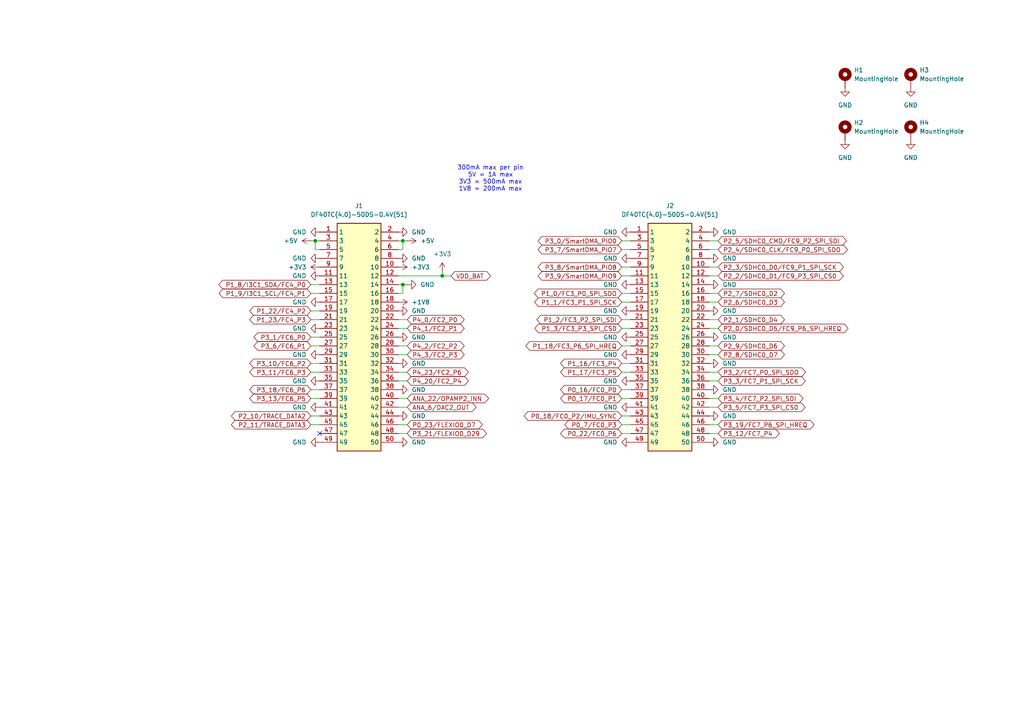
<source format=kicad_sch>
(kicad_sch (version 20250114) (generator "eeschema") (generator_version "9.0")
  (paper "A4")
  (title_block (title "MR-MCXN-T1-CONN") (date "2025-09-10") (rev "X0") (company "NXP SEMICONDUCTORS B.V.") (comment 3 "DESIGNER: PvdP/BMP") (comment 4 "CTO SYSTEM INNOVATIONS / MOBILE ROBOTICS DOMAIN"))
  (lib_symbols
    (symbol "Connectors:DF40TC(4.0)-50DS-0.4V(51)"
      (property "Reference" "J" (at 1.016 7.874 0))
      (property "Value" "DF40TC(4.0)-50DS-0.4V(51)" (at 1.016 5.334 0))
      (symbol "DF40TC(4.0)-50DS-0.4V(51)_1_1"
        (rectangle (start 5.08 2.54) (end 17.78 -63.5) (stroke (width 0.254)) (fill (type background)))
        (pin passive line (at 0 0 0) (length 5.08) (name "1") (number "1"))
        (pin passive line (at 0 -2.54 0) (length 5.08) (name "3") (number "3"))
        (pin passive line (at 0 -5.08 0) (length 5.08) (name "5") (number "5"))
        (pin passive line (at 0 -7.62 0) (length 5.08) (name "7") (number "7"))
        (pin passive line (at 0 -10.16 0) (length 5.08) (name "9") (number "9"))
        (pin passive line (at 0 -12.7 0) (length 5.08) (name "11") (number "11"))
        (pin passive line (at 0 -15.24 0) (length 5.08) (name "13") (number "13"))
        (pin passive line (at 0 -17.78 0) (length 5.08) (name "15") (number "15"))
        (pin passive line (at 0 -20.32 0) (length 5.08) (name "17") (number "17"))
        (pin passive line (at 0 -22.86 0) (length 5.08) (name "19") (number "19"))
        (pin passive line (at 0 -25.4 0) (length 5.08) (name "21") (number "21"))
        (pin passive line (at 0 -27.94 0) (length 5.08) (name "23") (number "23"))
        (pin passive line (at 0 -30.48 0) (length 5.08) (name "25") (number "25"))
        (pin passive line (at 0 -33.02 0) (length 5.08) (name "27") (number "27"))
        (pin passive line (at 0 -35.56 0) (length 5.08) (name "29") (number "29"))
        (pin passive line (at 0 -38.1 0) (length 5.08) (name "31") (number "31"))
        (pin passive line (at 0 -40.64 0) (length 5.08) (name "33") (number "33"))
        (pin passive line (at 0 -43.18 0) (length 5.08) (name "35") (number "35"))
        (pin passive line (at 0 -45.72 0) (length 5.08) (name "37") (number "37"))
        (pin passive line (at 0 -48.26 0) (length 5.08) (name "39") (number "39"))
        (pin passive line (at 0 -50.8 0) (length 5.08) (name "41") (number "41"))
        (pin passive line (at 0 -53.34 0) (length 5.08) (name "43") (number "43"))
        (pin passive line (at 0 -55.88 0) (length 5.08) (name "45") (number "45"))
        (pin passive line (at 0 -58.42 0) (length 5.08) (name "47") (number "47"))
        (pin passive line (at 0 -60.96 0) (length 5.08) (name "49") (number "49"))
        (pin passive line (at 22.86 0 180) (length 5.08) (name "2") (number "2"))
        (pin passive line (at 22.86 -2.54 180) (length 5.08) (name "4") (number "4"))
        (pin passive line (at 22.86 -5.08 180) (length 5.08) (name "6") (number "6"))
        (pin passive line (at 22.86 -7.62 180) (length 5.08) (name "8") (number "8"))
        (pin passive line (at 22.86 -10.16 180) (length 5.08) (name "10") (number "10"))
        (pin passive line (at 22.86 -12.7 180) (length 5.08) (name "12") (number "12"))
        (pin passive line (at 22.86 -15.24 180) (length 5.08) (name "14") (number "14"))
        (pin passive line (at 22.86 -17.78 180) (length 5.08) (name "16") (number "16"))
        (pin passive line (at 22.86 -20.32 180) (length 5.08) (name "18") (number "18"))
        (pin passive line (at 22.86 -22.86 180) (length 5.08) (name "20") (number "20"))
        (pin passive line (at 22.86 -25.4 180) (length 5.08) (name "22") (number "22"))
        (pin passive line (at 22.86 -27.94 180) (length 5.08) (name "24") (number "24"))
        (pin passive line (at 22.86 -30.48 180) (length 5.08) (name "26") (number "26"))
        (pin passive line (at 22.86 -33.02 180) (length 5.08) (name "28") (number "28"))
        (pin passive line (at 22.86 -35.56 180) (length 5.08) (name "30") (number "30"))
        (pin passive line (at 22.86 -38.1 180) (length 5.08) (name "32") (number "32"))
        (pin passive line (at 22.86 -40.64 180) (length 5.08) (name "34") (number "34"))
        (pin passive line (at 22.86 -43.18 180) (length 5.08) (name "36") (number "36"))
        (pin passive line (at 22.86 -45.72 180) (length 5.08) (name "38") (number "38"))
        (pin passive line (at 22.86 -48.26 180) (length 5.08) (name "40") (number "40"))
        (pin passive line (at 22.86 -50.8 180) (length 5.08) (name "42") (number "42"))
        (pin passive line (at 22.86 -53.34 180) (length 5.08) (name "44") (number "44"))
        (pin passive line (at 22.86 -55.88 180) (length 5.08) (name "46") (number "46"))
        (pin passive line (at 22.86 -58.42 180) (length 5.08) (name "48") (number "48"))
        (pin passive line (at 22.86 -60.96 180) (length 5.08) (name "50") (number "50"))
      )
    )
    (symbol "Mechanical:MountingHole_Pad" (pin_numbers (hide yes)) (pin_names (offset 1.016) (hide yes)) (exclude_from_sim yes) (in_bom no)
      (property "Reference" "H" (at 0 6.35 0))
      (property "Value" "MountingHole_Pad" (at 0 4.445 0))
      (symbol "MountingHole_Pad_0_1"
        (circle (center 0 1.27) (radius 1.27) (stroke (width 1.27)))
      )
      (symbol "MountingHole_Pad_1_1"
        (pin input line (at 0 -2.54 90) (length 2.54) (name "1") (number "1"))
      )
    )
    (symbol "power:+1V8" (power) (pin_numbers (hide yes)) (pin_names (offset 0) (hide yes))
      (property "Value" "+1V8" (at 0 3.556 0))
      (symbol "+1V8_0_1"
        (polyline (pts (xy -0.762 1.27) (xy 0 2.54)))
        (polyline (pts (xy 0 2.54) (xy 0.762 1.27)))
        (polyline (pts (xy 0 0) (xy 0 2.54)))
      )
      (symbol "+1V8_1_1"
        (pin power_in line (at 0 0 90) (length 0) (name "~") (number "1"))
      )
    )
    (symbol "power:+3V3" (power) (pin_numbers (hide yes)) (pin_names (offset 0) (hide yes))
      (property "Value" "+3V3" (at 0 3.556 0))
      (symbol "+3V3_0_1"
        (polyline (pts (xy -0.762 1.27) (xy 0 2.54)))
        (polyline (pts (xy 0 2.54) (xy 0.762 1.27)))
        (polyline (pts (xy 0 0) (xy 0 2.54)))
      )
      (symbol "+3V3_1_1"
        (pin power_in line (at 0 0 90) (length 0) (name "~") (number "1"))
      )
    )
    (symbol "power:+5V" (power) (pin_numbers (hide yes)) (pin_names (offset 0) (hide yes))
      (property "Value" "+5V" (at 0 3.556 0))
      (symbol "+5V_0_1"
        (polyline (pts (xy -0.762 1.27) (xy 0 2.54)))
        (polyline (pts (xy 0 2.54) (xy 0.762 1.27)))
        (polyline (pts (xy 0 0) (xy 0 2.54)))
      )
      (symbol "+5V_1_1"
        (pin power_in line (at 0 0 90) (length 0) (name "~") (number "1"))
      )
    )
    (symbol "power:GND" (power) (pin_numbers (hide yes)) (pin_names (offset 0) (hide yes))
      (property "Value" "GND" (at 0 -3.81 0))
      (symbol "GND_0_1"
        (polyline (pts (xy 0 0) (xy 0 -1.27) (xy 1.27 -1.27) (xy 0 -2.54) (xy -1.27 -1.27) (xy 0 -1.27)))
      )
      (symbol "GND_1_1"
        (pin power_in line (at 0 0 270) (length 0) (name "~") (number "1"))
      )
    )
  )
  (text "300mA max per pin\n5V = 1A max\n3V3 = 500mA max\n1V8 = 200mA max" (at 142.24 51.816 0) (effects (font (size 1.27 1.27))))
  (junction (at 116.84 82.55))
  (junction (at 116.84 69.85))
  (junction (at 128.27 80.01))
  (junction (at 91.44 69.85))
  (no_connect (at 92.71 125.73))
  (wire (pts (xy 182.88 115.57) (xy 180.34 115.57)))
  (wire (pts (xy 130.81 80.01) (xy 128.27 80.01)))
  (wire (pts (xy 208.28 92.71) (xy 205.74 92.71)))
  (wire (pts (xy 182.88 113.03) (xy 180.34 113.03)))
  (wire (pts (xy 91.44 69.85) (xy 90.17 69.85)))
  (wire (pts (xy 116.84 82.55) (xy 115.57 82.55)))
  (wire (pts (xy 92.71 97.79) (xy 90.17 97.79)))
  (wire (pts (xy 92.71 123.19) (xy 90.17 123.19)))
  (wire (pts (xy 208.28 110.49) (xy 205.74 110.49)))
  (wire (pts (xy 128.27 78.74) (xy 128.27 80.01)))
  (wire (pts (xy 118.11 100.33) (xy 115.57 100.33)))
  (wire (pts (xy 182.88 85.09) (xy 180.34 85.09)))
  (wire (pts (xy 208.28 87.63) (xy 205.74 87.63)))
  (wire (pts (xy 118.11 107.95) (xy 115.57 107.95)))
  (wire (pts (xy 182.88 120.65) (xy 180.34 120.65)))
  (wire (pts (xy 208.28 72.39) (xy 205.74 72.39)))
  (wire (pts (xy 208.28 69.85) (xy 205.74 69.85)))
  (wire (pts (xy 92.71 100.33) (xy 90.17 100.33)))
  (wire (pts (xy 92.71 90.17) (xy 90.17 90.17)))
  (wire (pts (xy 182.88 69.85) (xy 180.34 69.85)))
  (wire (pts (xy 208.28 102.87) (xy 205.74 102.87)))
  (wire (pts (xy 118.11 123.19) (xy 115.57 123.19)))
  (wire (pts (xy 182.88 123.19) (xy 180.34 123.19)))
  (wire (pts (xy 116.84 85.09) (xy 115.57 85.09)))
  (wire (pts (xy 92.71 107.95) (xy 90.17 107.95)))
  (wire (pts (xy 92.71 115.57) (xy 90.17 115.57)))
  (wire (pts (xy 118.11 82.55) (xy 116.84 82.55)))
  (wire (pts (xy 92.71 120.65) (xy 90.17 120.65)))
  (wire (pts (xy 182.88 100.33) (xy 180.34 100.33)))
  (wire (pts (xy 182.88 125.73) (xy 180.34 125.73)))
  (wire (pts (xy 92.71 105.41) (xy 90.17 105.41)))
  (wire (pts (xy 116.84 69.85) (xy 115.57 69.85)))
  (wire (pts (xy 92.71 72.39) (xy 91.44 72.39)))
  (wire (pts (xy 182.88 72.39) (xy 180.34 72.39)))
  (wire (pts (xy 92.71 85.09) (xy 90.17 85.09)))
  (wire (pts (xy 208.28 107.95) (xy 205.74 107.95)))
  (wire (pts (xy 208.28 125.73) (xy 205.74 125.73)))
  (wire (pts (xy 118.11 118.11) (xy 115.57 118.11)))
  (wire (pts (xy 118.11 92.71) (xy 115.57 92.71)))
  (wire (pts (xy 118.11 125.73) (xy 115.57 125.73)))
  (wire (pts (xy 91.44 72.39) (xy 91.44 69.85)))
  (wire (pts (xy 208.28 100.33) (xy 205.74 100.33)))
  (wire (pts (xy 118.11 102.87) (xy 115.57 102.87)))
  (wire (pts (xy 116.84 69.85) (xy 116.84 72.39)))
  (wire (pts (xy 118.11 69.85) (xy 116.84 69.85)))
  (wire (pts (xy 92.71 82.55) (xy 90.17 82.55)))
  (wire (pts (xy 118.11 115.57) (xy 115.57 115.57)))
  (wire (pts (xy 92.71 69.85) (xy 91.44 69.85)))
  (wire (pts (xy 182.88 92.71) (xy 180.34 92.71)))
  (wire (pts (xy 182.88 77.47) (xy 180.34 77.47)))
  (wire (pts (xy 116.84 82.55) (xy 116.84 85.09)))
  (wire (pts (xy 208.28 80.01) (xy 205.74 80.01)))
  (wire (pts (xy 92.71 92.71) (xy 90.17 92.71)))
  (wire (pts (xy 118.11 110.49) (xy 115.57 110.49)))
  (wire (pts (xy 208.28 118.11) (xy 205.74 118.11)))
  (wire (pts (xy 182.88 95.25) (xy 180.34 95.25)))
  (wire (pts (xy 182.88 80.01) (xy 180.34 80.01)))
  (wire (pts (xy 182.88 107.95) (xy 180.34 107.95)))
  (wire (pts (xy 208.28 77.47) (xy 205.74 77.47)))
  (wire (pts (xy 118.11 95.25) (xy 115.57 95.25)))
  (wire (pts (xy 208.28 85.09) (xy 205.74 85.09)))
  (wire (pts (xy 182.88 87.63) (xy 180.34 87.63)))
  (wire (pts (xy 92.71 113.03) (xy 90.17 113.03)))
  (wire (pts (xy 116.84 72.39) (xy 115.57 72.39)))
  (wire (pts (xy 208.28 95.25) (xy 205.74 95.25)))
  (wire (pts (xy 128.27 80.01) (xy 115.57 80.01)))
  (wire (pts (xy 208.28 123.19) (xy 205.74 123.19)))
  (wire (pts (xy 182.88 105.41) (xy 180.34 105.41)))
  (wire (pts (xy 208.28 115.57) (xy 205.74 115.57)))
  (global_label "P3_10{slash}FC6_P2" (shape bidirectional) (at 90.17 105.41 180) (property "Intersheetrefs" "${INTERSHEET_REFS}" (at 71.8617 105.41 0) (effects (justify right))))
  (global_label "ANA_6{slash}DAC2_OUT" (shape bidirectional) (at 118.11 118.11 0) (property "Intersheetrefs" "${INTERSHEET_REFS}" (at 138.6561 118.11 0) (effects (justify left))))
  (global_label "P3_8{slash}SmartDMA_PIO8" (shape bidirectional) (at 180.34 77.47 180) (property "Intersheetrefs" "${INTERSHEET_REFS}" (at 155.5003 77.47 0) (effects (justify right))))
  (global_label "P2_5/SDHC0_CMD/FC9_P2_SPI_SDI" (shape bidirectional) (at 208.28 69.85 0) (property "Intersheetrefs" "${INTERSHEET_REFS}" (at 229.6121 69.85 0) (effects (justify left))))
  (global_label "P3_2{slash}FC7_P0_SPI_SDO" (shape bidirectional) (at 208.28 107.95 0) (property "Intersheetrefs" "${INTERSHEET_REFS}" (at 234.2083 107.95 0) (effects (justify left))))
  (global_label "P1_3{slash}FC3_P3_SPI_CS0" (shape bidirectional) (at 180.34 95.25 180) (property "Intersheetrefs" "${INTERSHEET_REFS}" (at 154.5327 95.25 0) (effects (justify right))))
  (global_label "P3_6{slash}FC6_P1" (shape bidirectional) (at 90.17 100.33 180) (property "Intersheetrefs" "${INTERSHEET_REFS}" (at 73.0712 100.33 0) (effects (justify right))))
  (global_label "P3_9{slash}SmartDMA_PIO9" (shape bidirectional) (at 180.34 80.01 180) (property "Intersheetrefs" "${INTERSHEET_REFS}" (at 155.5003 80.01 0) (effects (justify right))))
  (global_label "P2_2/SDHC0_D1/FC9_P3_SPI_CS0" (shape bidirectional) (at 208.28 80.01 0) (property "Intersheetrefs" "${INTERSHEET_REFS}" (at 228.1002 80.01 0) (effects (justify left))))
  (global_label "P4_23{slash}FC2_P6" (shape bidirectional) (at 118.11 107.95 0) (property "Intersheetrefs" "${INTERSHEET_REFS}" (at 136.4183 107.95 0) (effects (justify left))))
  (global_label "ANA_22{slash}OPAMP2_INN" (shape bidirectional) (at 118.11 115.57 0) (property "Intersheetrefs" "${INTERSHEET_REFS}" (at 142.2847 115.57 0) (effects (justify left))))
  (global_label "P3_0{slash}SmartDMA_PIO0" (shape bidirectional) (at 180.34 69.85 180) (property "Intersheetrefs" "${INTERSHEET_REFS}" (at 155.5003 69.85 0) (effects (justify right))))
  (global_label "P3_1{slash}FC6_P0" (shape bidirectional) (at 90.17 97.79 180) (property "Intersheetrefs" "${INTERSHEET_REFS}" (at 73.0712 97.79 0) (effects (justify right))))
  (global_label "P3_13{slash}FC6_P5" (shape bidirectional) (at 90.17 115.57 180) (property "Intersheetrefs" "${INTERSHEET_REFS}" (at 71.8617 115.57 0) (effects (justify right))))
  (global_label "P3_12{slash}FC7_P4" (shape bidirectional) (at 208.28 125.73 0) (property "Intersheetrefs" "${INTERSHEET_REFS}" (at 226.5883 125.73 0) (effects (justify left))))
  (global_label "P1_9{slash}I3C1_SCL{slash}FC4_P1" (shape bidirectional) (at 90.17 85.09 180) (property "Intersheetrefs" "${INTERSHEET_REFS}" (at 62.9717 85.09 0) (effects (justify right))))
  (global_label "P0_23{slash}FLEXIO0_D7" (shape bidirectional) (at 118.11 123.19 0) (property "Intersheetrefs" "${INTERSHEET_REFS}" (at 140.4702 123.19 0) (effects (justify left))))
  (global_label "P4_2{slash}FC2_P2" (shape bidirectional) (at 118.11 100.33 0) (property "Intersheetrefs" "${INTERSHEET_REFS}" (at 135.2088 100.33 0) (effects (justify left))))
  (global_label "P4_3{slash}FC2_P3" (shape bidirectional) (at 118.11 102.87 0) (property "Intersheetrefs" "${INTERSHEET_REFS}" (at 135.2088 102.87 0) (effects (justify left))))
  (global_label "P1_1{slash}FC3_P1_SPI_SCK" (shape bidirectional) (at 180.34 87.63 180) (property "Intersheetrefs" "${INTERSHEET_REFS}" (at 154.4722 87.63 0) (effects (justify right))))
  (global_label "P2_7{slash}SDHC0_D2" (shape bidirectional) (at 208.28 85.09 0) (property "Intersheetrefs" "${INTERSHEET_REFS}" (at 228.1002 85.09 0) (effects (justify left))))
  (global_label "P1_2{slash}FC3_P2_SPI_SDI" (shape bidirectional) (at 180.34 92.71 180) (property "Intersheetrefs" "${INTERSHEET_REFS}" (at 155.1374 92.71 0) (effects (justify right))))
  (global_label "VDD_BAT" (shape bidirectional) (at 130.81 80.01 0) (property "Intersheetrefs" "${INTERSHEET_REFS}" (at 142.8289 80.01 0) (effects (justify left))))
  (global_label "P4_0{slash}FC2_P0" (shape bidirectional) (at 118.11 92.71 0) (property "Intersheetrefs" "${INTERSHEET_REFS}" (at 135.2088 92.71 0) (effects (justify left))))
  (global_label "P2_9{slash}SDHC0_D6" (shape bidirectional) (at 208.28 100.33 0) (property "Intersheetrefs" "${INTERSHEET_REFS}" (at 228.1002 100.33 0) (effects (justify left))))
  (global_label "P2_6{slash}SDHC0_D3" (shape bidirectional) (at 208.28 87.63 0) (property "Intersheetrefs" "${INTERSHEET_REFS}" (at 228.1002 87.63 0) (effects (justify left))))
  (global_label "P4_1{slash}FC2_P1" (shape bidirectional) (at 118.11 95.25 0) (property "Intersheetrefs" "${INTERSHEET_REFS}" (at 135.2088 95.25 0) (effects (justify left))))
  (global_label "P3_3{slash}FC7_P1_SPI_SCK" (shape bidirectional) (at 208.28 110.49 0) (property "Intersheetrefs" "${INTERSHEET_REFS}" (at 234.1478 110.49 0) (effects (justify left))))
  (global_label "P1_22{slash}FC4_P2" (shape bidirectional) (at 90.17 90.17 180) (property "Intersheetrefs" "${INTERSHEET_REFS}" (at 71.8617 90.17 0) (effects (justify right))))
  (global_label "P3_5{slash}FC7_P3_SPI_CS0" (shape bidirectional) (at 208.28 118.11 0) (property "Intersheetrefs" "${INTERSHEET_REFS}" (at 234.0873 118.11 0) (effects (justify left))))
  (global_label "P2_1{slash}SDHC0_D4" (shape bidirectional) (at 208.28 92.71 0) (property "Intersheetrefs" "${INTERSHEET_REFS}" (at 228.1002 92.71 0) (effects (justify left))))
  (global_label "P0_17{slash}FC0_P1" (shape bidirectional) (at 180.34 115.57 180) (property "Intersheetrefs" "${INTERSHEET_REFS}" (at 162.0317 115.57 0) (effects (justify right))))
  (global_label "P0_16{slash}FC0_P0" (shape bidirectional) (at 180.34 113.03 180) (property "Intersheetrefs" "${INTERSHEET_REFS}" (at 162.0317 113.03 0) (effects (justify right))))
  (global_label "P2_3/SDHC0_D0/FC9_P1_SPI_SCK" (shape bidirectional) (at 208.28 77.47 0) (property "Intersheetrefs" "${INTERSHEET_REFS}" (at 228.1002 77.47 0) (effects (justify left))))
  (global_label "P2_11{slash}TRACE_DATA3" (shape bidirectional) (at 90.17 123.19 180) (property "Intersheetrefs" "${INTERSHEET_REFS}" (at 66.5398 123.19 0) (effects (justify right))))
  (global_label "P0_7{slash}FC0_P3" (shape bidirectional) (at 180.34 123.19 180) (property "Intersheetrefs" "${INTERSHEET_REFS}" (at 163.2412 123.19 0) (effects (justify right))))
  (global_label "P3_21{slash}FLEXIO0_D29" (shape bidirectional) (at 118.11 125.73 0) (property "Intersheetrefs" "${INTERSHEET_REFS}" (at 141.6797 125.73 0) (effects (justify left))))
  (global_label "P1_23{slash}FC4_P3" (shape bidirectional) (at 90.17 92.71 180) (property "Intersheetrefs" "${INTERSHEET_REFS}" (at 71.8617 92.71 0) (effects (justify right))))
  (global_label "P1_0{slash}FC3_P0_SPI_SDO" (shape bidirectional) (at 180.34 85.09 180) (property "Intersheetrefs" "${INTERSHEET_REFS}" (at 154.4117 85.09 0) (effects (justify right))))
  (global_label "P3_18{slash}FC6_P6" (shape bidirectional) (at 90.17 113.03 180) (property "Intersheetrefs" "${INTERSHEET_REFS}" (at 71.8617 113.03 0) (effects (justify right))))
  (global_label "P3_7{slash}SmartDMA_PIO7" (shape bidirectional) (at 180.34 72.39 180) (property "Intersheetrefs" "${INTERSHEET_REFS}" (at 155.5003 72.39 0) (effects (justify right))))
  (global_label "P3_11{slash}FC6_P3" (shape bidirectional) (at 90.17 107.95 180) (property "Intersheetrefs" "${INTERSHEET_REFS}" (at 71.8617 107.95 0) (effects (justify right))))
  (global_label "P3_19{slash}FC7_P6_SPI_HREQ" (shape bidirectional) (at 208.28 123.19 0) (property "Intersheetrefs" "${INTERSHEET_REFS}" (at 236.6878 123.19 0) (effects (justify left))))
  (global_label "P0_18{slash}FC0_P2{slash}IMU_SYNC" (shape bidirectional) (at 180.34 120.65 180) (property "Intersheetrefs" "${INTERSHEET_REFS}" (at 151.4483 120.65 0) (effects (justify right))))
  (global_label "P1_8{slash}I3C1_SDA{slash}FC4_P0" (shape bidirectional) (at 90.17 82.55 180) (property "Intersheetrefs" "${INTERSHEET_REFS}" (at 62.9112 82.55 0) (effects (justify right))))
  (global_label "P0_22{slash}FC0_P6" (shape bidirectional) (at 180.34 125.73 180) (property "Intersheetrefs" "${INTERSHEET_REFS}" (at 162.0317 125.73 0) (effects (justify right))))
  (global_label "P3_4{slash}FC7_P2_SPI_SDI" (shape bidirectional) (at 208.28 115.57 0) (property "Intersheetrefs" "${INTERSHEET_REFS}" (at 233.4826 115.57 0) (effects (justify left))))
  (global_label "P2_10{slash}TRACE_DATA2" (shape bidirectional) (at 90.17 120.65 180) (property "Intersheetrefs" "${INTERSHEET_REFS}" (at 66.5398 120.65 0) (effects (justify right))))
  (global_label "P1_17{slash}FC3_P5" (shape bidirectional) (at 180.34 107.95 180) (property "Intersheetrefs" "${INTERSHEET_REFS}" (at 162.0317 107.95 0) (effects (justify right))))
  (global_label "P1_18{slash}FC3_P6_SPI_HREQ" (shape bidirectional) (at 180.34 100.33 180) (property "Intersheetrefs" "${INTERSHEET_REFS}" (at 151.9322 100.33 0) (effects (justify right))))
  (global_label "P2_8{slash}SDHC0_D7" (shape bidirectional) (at 208.28 102.87 0) (property "Intersheetrefs" "${INTERSHEET_REFS}" (at 228.1002 102.87 0) (effects (justify left))))
  (global_label "P2_0/SDHC0_D5/FC9_P6_SPI_HREQ" (shape bidirectional) (at 208.28 95.25 0) (property "Intersheetrefs" "${INTERSHEET_REFS}" (at 228.1002 95.25 0) (effects (justify left))))
  (global_label "P4_20{slash}FC2_P4" (shape bidirectional) (at 118.11 110.49 0) (property "Intersheetrefs" "${INTERSHEET_REFS}" (at 136.4183 110.49 0) (effects (justify left))))
  (global_label "P1_16{slash}FC3_P4" (shape bidirectional) (at 180.34 105.41 180) (property "Intersheetrefs" "${INTERSHEET_REFS}" (at 162.0317 105.41 0) (effects (justify right))))
  (global_label "P2_4/SDHC0_CLK/FC9_P0_SPI_SDO" (shape bidirectional) (at 208.28 72.39 0) (property "Intersheetrefs" "${INTERSHEET_REFS}" (at 229.1888 72.39 0) (effects (justify left))))
  (symbol (lib_id "power:GND") (at 115.57 128.27 90) (mirror x) (unit 1)
    (property "Reference" "#PWR4" (effects (hide yes)))
    (property "Value" "GND" (at 119.38 128.2699 90) (effects (justify right)))
    (property "Description" "Power symbol creates a global label with name \"GND\" , ground" (effects (hide yes)))
  )
  (symbol (lib_id "power:GND") (at 205.74 67.31 90) (mirror x) (unit 1)
    (property "Reference" "#PWR24" (effects (hide yes)))
    (property "Value" "GND" (at 209.55 67.3099 90) (effects (justify right)))
    (property "Description" "Power symbol creates a global label with name \"GND\" , ground" (effects (hide yes)))
  )
  (symbol (lib_id "power:GND") (at 115.57 120.65 90) (mirror x) (unit 1)
    (property "Reference" "#PWR12" (effects (hide yes)))
    (property "Value" "GND" (at 119.38 120.6499 90) (effects (justify right)))
    (property "Description" "Power symbol creates a global label with name \"GND\" , ground" (effects (hide yes)))
  )
  (symbol (lib_id "power:+1V8") (at 115.57 87.63 270) (mirror x) (unit 1)
    (property "Reference" "#PWR7" (effects (hide yes)))
    (property "Value" "+1V8" (at 119.38 87.6299 90) (effects (justify left)))
    (property "Description" "Power symbol creates a global label with name \"+1V8\"" (effects (hide yes)))
  )
  (symbol (lib_id "Mechanical:MountingHole_Pad") (at 264.16 22.86 0) (unit 1) (exclude_from_sim yes) (in_bom no)
    (property "Reference" "H3" (at 266.7 20.3199 0) (effects (justify left)))
    (property "Value" "MountingHole" (at 266.7 22.8599 0) (effects (justify left)))
    (property "Footprint" "MountingHole:MountingHole_3.2mm_M3_DIN965_Pad" (effects (hide yes)))
    (property "Description" "Mounting Hole with connection" (effects (hide yes)))
  )
  (symbol (lib_id "power:GND") (at 92.71 102.87 270) (mirror x) (unit 1)
    (property "Reference" "#PWR18" (effects (hide yes)))
    (property "Value" "GND" (at 88.9 102.8699 90) (effects (justify right)))
    (property "Description" "Power symbol creates a global label with name \"GND\" , ground" (effects (hide yes)))
  )
  (symbol (lib_id "power:GND") (at 182.88 67.31 270) (mirror x) (unit 1)
    (property "Reference" "#PWR40" (effects (hide yes)))
    (property "Value" "GND" (at 179.07 67.3099 90) (effects (justify right)))
    (property "Description" "Power symbol creates a global label with name \"GND\" , ground" (effects (hide yes)))
  )
  (symbol (lib_id "power:+3V3") (at 128.27 78.74 0) (mirror y) (unit 1)
    (property "Reference" "#PWR073" (effects (hide yes)))
    (property "Value" "+3V3" (at 128.27 73.66 0))
    (property "Description" "Power symbol creates a global label with name \"+3V3\"" (effects (hide yes)))
  )
  (symbol (lib_id "Mechanical:MountingHole_Pad") (at 245.11 22.86 0) (unit 1) (exclude_from_sim yes) (in_bom no)
    (property "Reference" "H1" (at 247.65 20.3199 0) (effects (justify left)))
    (property "Value" "MountingHole" (at 247.65 22.8599 0) (effects (justify left)))
    (property "Footprint" "MountingHole:MountingHole_3.2mm_M3_DIN965_Pad" (effects (hide yes)))
    (property "Description" "Mounting Hole with connection" (effects (hide yes)))
  )
  (symbol (lib_id "power:GND") (at 118.11 82.55 90) (mirror x) (unit 1)
    (property "Reference" "#PWR3" (effects (hide yes)))
    (property "Value" "GND" (at 121.92 82.5499 90) (effects (justify right)))
    (property "Description" "Power symbol creates a global label with name \"GND\" , ground" (effects (hide yes)))
  )
  (symbol (lib_id "power:GND") (at 92.71 118.11 270) (mirror x) (unit 1)
    (property "Reference" "#PWR20" (effects (hide yes)))
    (property "Value" "GND" (at 88.9 118.1099 90) (effects (justify right)))
    (property "Description" "Power symbol creates a global label with name \"GND\" , ground" (effects (hide yes)))
  )
  (symbol (lib_id "power:GND") (at 264.16 40.64 0) (unit 1)
    (property "Reference" "#PWR45" (effects (hide yes)))
    (property "Value" "GND" (at 264.16 45.72 0))
    (property "Description" "Power symbol creates a global label with name \"GND\" , ground" (effects (hide yes)))
  )
  (symbol (lib_id "power:GND") (at 245.11 40.64 0) (unit 1)
    (property "Reference" "#PWR43" (effects (hide yes)))
    (property "Value" "GND" (at 245.11 45.72 0))
    (property "Description" "Power symbol creates a global label with name \"GND\" , ground" (effects (hide yes)))
  )
  (symbol (lib_id "power:GND") (at 205.74 74.93 90) (mirror x) (unit 1)
    (property "Reference" "#PWR26" (effects (hide yes)))
    (property "Value" "GND" (at 209.55 74.9299 90) (effects (justify right)))
    (property "Description" "Power symbol creates a global label with name \"GND\" , ground" (effects (hide yes)))
  )
  (symbol (lib_id "power:GND") (at 115.57 105.41 90) (mirror x) (unit 1)
    (property "Reference" "#PWR10" (effects (hide yes)))
    (property "Value" "GND" (at 119.38 105.4099 90) (effects (justify right)))
    (property "Description" "Power symbol creates a global label with name \"GND\" , ground" (effects (hide yes)))
  )
  (symbol (lib_id "power:GND") (at 115.57 67.31 90) (mirror x) (unit 1)
    (property "Reference" "#PWR1" (effects (hide yes)))
    (property "Value" "GND" (at 119.38 67.3099 90) (effects (justify right)))
    (property "Description" "Power symbol creates a global label with name \"GND\" , ground" (effects (hide yes)))
  )
  (symbol (lib_id "power:GND") (at 205.74 105.41 90) (mirror x) (unit 1)
    (property "Reference" "#PWR30" (effects (hide yes)))
    (property "Value" "GND" (at 209.55 105.4099 90) (effects (justify right)))
    (property "Description" "Power symbol creates a global label with name \"GND\" , ground" (effects (hide yes)))
  )
  (symbol (lib_id "power:+5V") (at 90.17 69.85 90) (mirror x) (unit 1)
    (property "Reference" "#PWR22" (effects (hide yes)))
    (property "Value" "+5V" (at 86.36 69.8499 90) (effects (justify left)))
    (property "Description" "Power symbol creates a global label with name \"+5V\"" (effects (hide yes)))
  )
  (symbol (lib_id "power:GND") (at 182.88 118.11 270) (mirror x) (unit 1)
    (property "Reference" "#PWR39" (effects (hide yes)))
    (property "Value" "GND" (at 179.07 118.1099 90) (effects (justify right)))
    (property "Description" "Power symbol creates a global label with name \"GND\" , ground" (effects (hide yes)))
  )
  (symbol (lib_id "power:+3V3") (at 115.57 77.47 270) (mirror x) (unit 1)
    (property "Reference" "#PWR6" (effects (hide yes)))
    (property "Value" "+3V3" (at 119.38 77.4699 90) (effects (justify left)))
    (property "Description" "Power symbol creates a global label with name \"+3V3\"" (effects (hide yes)))
  )
  (symbol (lib_id "power:GND") (at 92.71 67.31 270) (mirror x) (unit 1)
    (property "Reference" "#PWR21" (effects (hide yes)))
    (property "Value" "GND" (at 88.9 67.3099 90) (effects (justify right)))
    (property "Description" "Power symbol creates a global label with name \"GND\" , ground" (effects (hide yes)))
  )
  (symbol (lib_id "power:GND") (at 182.88 90.17 270) (mirror x) (unit 1)
    (property "Reference" "#PWR35" (effects (hide yes)))
    (property "Value" "GND" (at 179.07 90.1699 90) (effects (justify right)))
    (property "Description" "Power symbol creates a global label with name \"GND\" , ground" (effects (hide yes)))
  )
  (symbol (lib_id "power:GND") (at 205.74 97.79 90) (mirror x) (unit 1)
    (property "Reference" "#PWR29" (effects (hide yes)))
    (property "Value" "GND" (at 209.55 97.7899 90) (effects (justify right)))
    (property "Description" "Power symbol creates a global label with name \"GND\" , ground" (effects (hide yes)))
  )
  (symbol (lib_id "power:GND") (at 245.11 25.4 0) (unit 1)
    (property "Reference" "#PWR42" (effects (hide yes)))
    (property "Value" "GND" (at 245.11 30.48 0))
    (property "Description" "Power symbol creates a global label with name \"GND\" , ground" (effects (hide yes)))
  )
  (symbol (lib_id "power:GND") (at 115.57 90.17 90) (mirror x) (unit 1)
    (property "Reference" "#PWR8" (effects (hide yes)))
    (property "Value" "GND" (at 119.38 90.1699 90) (effects (justify right)))
    (property "Description" "Power symbol creates a global label with name \"GND\" , ground" (effects (hide yes)))
  )
  (symbol (lib_id "power:GND") (at 115.57 74.93 90) (mirror x) (unit 1)
    (property "Reference" "#PWR5" (effects (hide yes)))
    (property "Value" "GND" (at 119.38 74.9299 90) (effects (justify right)))
    (property "Description" "Power symbol creates a global label with name \"GND\" , ground" (effects (hide yes)))
  )
  (symbol (lib_id "power:+5V") (at 118.11 69.85 270) (mirror x) (unit 1)
    (property "Reference" "#PWR2" (effects (hide yes)))
    (property "Value" "+5V" (at 121.92 69.8499 90) (effects (justify left)))
    (property "Description" "Power symbol creates a global label with name \"+5V\"" (effects (hide yes)))
  )
  (symbol (lib_id "power:GND") (at 182.88 82.55 270) (mirror x) (unit 1)
    (property "Reference" "#PWR34" (effects (hide yes)))
    (property "Value" "GND" (at 179.07 82.5499 90) (effects (justify right)))
    (property "Description" "Power symbol creates a global label with name \"GND\" , ground" (effects (hide yes)))
  )
  (symbol (lib_id "power:GND") (at 182.88 74.93 270) (mirror x) (unit 1)
    (property "Reference" "#PWR33" (effects (hide yes)))
    (property "Value" "GND" (at 179.07 74.9299 90) (effects (justify right)))
    (property "Description" "Power symbol creates a global label with name \"GND\" , ground" (effects (hide yes)))
  )
  (symbol (lib_id "power:GND") (at 92.71 80.01 270) (mirror x) (unit 1)
    (property "Reference" "#PWR15" (effects (hide yes)))
    (property "Value" "GND" (at 88.9 80.0099 90) (effects (justify right)))
    (property "Description" "Power symbol creates a global label with name \"GND\" , ground" (effects (hide yes)))
  )
  (symbol (lib_id "power:GND") (at 182.88 128.27 270) (mirror x) (unit 1)
    (property "Reference" "#PWR41" (effects (hide yes)))
    (property "Value" "GND" (at 179.07 128.2699 90) (effects (justify right)))
    (property "Description" "Power symbol creates a global label with name \"GND\" , ground" (effects (hide yes)))
  )
  (symbol (lib_id "power:GND") (at 115.57 97.79 90) (mirror x) (unit 1)
    (property "Reference" "#PWR9" (effects (hide yes)))
    (property "Value" "GND" (at 119.38 97.7899 90) (effects (justify right)))
    (property "Description" "Power symbol creates a global label with name \"GND\" , ground" (effects (hide yes)))
  )
  (symbol (lib_id "power:GND") (at 182.88 97.79 270) (mirror x) (unit 1)
    (property "Reference" "#PWR36" (effects (hide yes)))
    (property "Value" "GND" (at 179.07 97.7899 90) (effects (justify right)))
    (property "Description" "Power symbol creates a global label with name \"GND\" , ground" (effects (hide yes)))
  )
  (symbol (lib_id "power:GND") (at 205.74 82.55 90) (mirror x) (unit 1)
    (property "Reference" "#PWR27" (effects (hide yes)))
    (property "Value" "GND" (at 209.55 82.5499 90) (effects (justify right)))
    (property "Description" "Power symbol creates a global label with name \"GND\" , ground" (effects (hide yes)))
  )
  (symbol (lib_id "power:GND") (at 92.71 74.93 270) (mirror x) (unit 1)
    (property "Reference" "#PWR13" (effects (hide yes)))
    (property "Value" "GND" (at 88.9 74.9299 90) (effects (justify right)))
    (property "Description" "Power symbol creates a global label with name \"GND\" , ground" (effects (hide yes)))
  )
  (symbol (lib_id "power:GND") (at 92.71 95.25 270) (mirror x) (unit 1)
    (property "Reference" "#PWR17" (effects (hide yes)))
    (property "Value" "GND" (at 88.9 95.2499 90) (effects (justify right)))
    (property "Description" "Power symbol creates a global label with name \"GND\" , ground" (effects (hide yes)))
  )
  (symbol (lib_id "power:GND") (at 92.71 87.63 270) (mirror x) (unit 1)
    (property "Reference" "#PWR16" (effects (hide yes)))
    (property "Value" "GND" (at 88.9 87.6299 90) (effects (justify right)))
    (property "Description" "Power symbol creates a global label with name \"GND\" , ground" (effects (hide yes)))
  )
  (symbol (lib_id "power:GND") (at 264.16 25.4 0) (unit 1)
    (property "Reference" "#PWR44" (effects (hide yes)))
    (property "Value" "GND" (at 264.16 30.48 0))
    (property "Description" "Power symbol creates a global label with name \"GND\" , ground" (effects (hide yes)))
  )
  (symbol (lib_id "power:+3V3") (at 92.71 77.47 90) (mirror x) (unit 1)
    (property "Reference" "#PWR14" (effects (hide yes)))
    (property "Value" "+3V3" (at 88.9 77.4699 90) (effects (justify left)))
    (property "Description" "Power symbol creates a global label with name \"+3V3\"" (effects (hide yes)))
  )
  (symbol (lib_id "power:GND") (at 205.74 90.17 90) (mirror x) (unit 1)
    (property "Reference" "#PWR28" (effects (hide yes)))
    (property "Value" "GND" (at 209.55 90.1699 90) (effects (justify right)))
    (property "Description" "Power symbol creates a global label with name \"GND\" , ground" (effects (hide yes)))
  )
  (symbol (lib_id "power:GND") (at 92.71 110.49 270) (mirror x) (unit 1)
    (property "Reference" "#PWR19" (effects (hide yes)))
    (property "Value" "GND" (at 88.9 110.4899 90) (effects (justify right)))
    (property "Description" "Power symbol creates a global label with name \"GND\" , ground" (effects (hide yes)))
  )
  (symbol (lib_id "Connectors:DF40TC(4.0)-50DS-0.4V(51)") (at 182.88 67.31 0) (unit 1)
    (property "Reference" "J2" (at 194.31 59.69 0))
    (property "Value" "DF40TC(4.0)-50DS-0.4V(51)" (at 194.31 62.23 0))
    (property "Footprint" "Connectors:DF40TC(4.0)-50DS-0.4V(51)" (effects (hide yes)))
    (property "Datasheet" "https://www.hirose.com/en/product/document?clcode=CL0684-4249-0-51&productname=DF40TC-50DS-0.4V(51)&series=DF40T&documenttype=2DDrawing&lang=en&documentid=0001372703" (effects (hide yes)))
    (property "Description" "Board to Board & Mezzanine Connectors" (effects (hide yes)))
    (property "MF" "Hirose" (effects (hide yes)))
    (property "MFPN" "DF40TC(4.0)-50DS-0.4V(51)" (effects (hide yes)))
    (property "DigiKey" "26-DF40TC(4.0)-50DS-0.4V(51)CT-ND" (effects (hide yes)))
  )
  (symbol (lib_id "power:GND") (at 205.74 128.27 90) (mirror x) (unit 1)
    (property "Reference" "#PWR25" (effects (hide yes)))
    (property "Value" "GND" (at 209.55 128.2699 90) (effects (justify right)))
    (property "Description" "Power symbol creates a global label with name \"GND\" , ground" (effects (hide yes)))
  )
  (symbol (lib_id "Mechanical:MountingHole_Pad") (at 245.11 38.1 0) (unit 1) (exclude_from_sim yes) (in_bom no)
    (property "Reference" "H2" (at 247.65 35.5599 0) (effects (justify left)))
    (property "Value" "MountingHole" (at 247.65 38.0999 0) (effects (justify left)))
    (property "Footprint" "MountingHole:MountingHole_3.2mm_M3_DIN965_Pad" (effects (hide yes)))
    (property "Description" "Mounting Hole with connection" (effects (hide yes)))
  )
  (symbol (lib_id "power:GND") (at 182.88 102.87 270) (mirror x) (unit 1)
    (property "Reference" "#PWR37" (effects (hide yes)))
    (property "Value" "GND" (at 179.07 102.8699 90) (effects (justify right)))
    (property "Description" "Power symbol creates a global label with name \"GND\" , ground" (effects (hide yes)))
  )
  (symbol (lib_id "power:GND") (at 92.71 128.27 270) (mirror x) (unit 1)
    (property "Reference" "#PWR23" (effects (hide yes)))
    (property "Value" "GND" (at 88.9 128.2699 90) (effects (justify right)))
    (property "Description" "Power symbol creates a global label with name \"GND\" , ground" (effects (hide yes)))
  )
  (symbol (lib_id "power:GND") (at 115.57 113.03 90) (mirror x) (unit 1)
    (property "Reference" "#PWR11" (effects (hide yes)))
    (property "Value" "GND" (at 119.38 113.0299 90) (effects (justify right)))
    (property "Description" "Power symbol creates a global label with name \"GND\" , ground" (effects (hide yes)))
  )
  (symbol (lib_id "power:GND") (at 182.88 110.49 270) (mirror x) (unit 1)
    (property "Reference" "#PWR38" (effects (hide yes)))
    (property "Value" "GND" (at 179.07 110.4899 90) (effects (justify right)))
    (property "Description" "Power symbol creates a global label with name \"GND\" , ground" (effects (hide yes)))
  )
  (symbol (lib_id "power:GND") (at 205.74 120.65 90) (mirror x) (unit 1)
    (property "Reference" "#PWR32" (effects (hide yes)))
    (property "Value" "GND" (at 209.55 120.6499 90) (effects (justify right)))
    (property "Description" "Power symbol creates a global label with name \"GND\" , ground" (effects (hide yes)))
  )
  (symbol (lib_id "power:GND") (at 205.74 113.03 90) (mirror x) (unit 1)
    (property "Reference" "#PWR31" (effects (hide yes)))
    (property "Value" "GND" (at 209.55 113.0299 90) (effects (justify right)))
    (property "Description" "Power symbol creates a global label with name \"GND\" , ground" (effects (hide yes)))
  )
  (symbol (lib_id "Mechanical:MountingHole_Pad") (at 264.16 38.1 0) (unit 1) (exclude_from_sim yes) (in_bom no)
    (property "Reference" "H4" (at 266.7 35.5599 0) (effects (justify left)))
    (property "Value" "MountingHole" (at 266.7 38.0999 0) (effects (justify left)))
    (property "Footprint" "MountingHole:MountingHole_3.2mm_M3_DIN965_Pad" (effects (hide yes)))
    (property "Description" "Mounting Hole with connection" (effects (hide yes)))
  )
  (symbol (lib_id "Connectors:DF40TC(4.0)-50DS-0.4V(51)") (at 92.71 67.31 0) (unit 1)
    (property "Reference" "J1" (at 104.14 59.69 0))
    (property "Value" "DF40TC(4.0)-50DS-0.4V(51)" (at 104.14 62.23 0))
    (property "Footprint" "Connectors:DF40TC(4.0)-50DS-0.4V(51)" (effects (hide yes)))
    (property "Datasheet" "https://www.hirose.com/en/product/document?clcode=CL0684-4249-0-51&productname=DF40TC-50DS-0.4V(51)&series=DF40T&documenttype=2DDrawing&lang=en&documentid=0001372703" (effects (hide yes)))
    (property "Description" "Board to Board & Mezzanine Connectors" (effects (hide yes)))
    (property "MF" "Hirose" (effects (hide yes)))
    (property "MFPN" "DF40TC(4.0)-50DS-0.4V(51)" (effects (hide yes)))
    (property "DigiKey" "26-DF40TC(4.0)-50DS-0.4V(51)CT-ND" (effects (hide yes)))
  )
)
</source>
